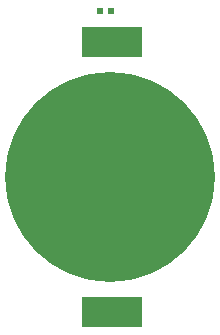
<source format=gbr>
G04 #@! TF.GenerationSoftware,KiCad,Pcbnew,(5.1.5)-3*
G04 #@! TF.CreationDate,2020-04-24T14:35:50-04:00*
G04 #@! TF.ProjectId,CR2025_Nordic,43523230-3235-45f4-9e6f-726469632e6b,rev?*
G04 #@! TF.SameCoordinates,Original*
G04 #@! TF.FileFunction,Paste,Bot*
G04 #@! TF.FilePolarity,Positive*
%FSLAX46Y46*%
G04 Gerber Fmt 4.6, Leading zero omitted, Abs format (unit mm)*
G04 Created by KiCad (PCBNEW (5.1.5)-3) date 2020-04-24 14:35:50*
%MOMM*%
%LPD*%
G04 APERTURE LIST*
%ADD10R,0.599999X0.499999*%
%ADD11C,17.780001*%
%ADD12R,5.080000X2.540000*%
G04 APERTURE END LIST*
D10*
X153403300Y-76517500D03*
X154403298Y-76517500D03*
D11*
X154300000Y-90600000D03*
D12*
X154427000Y-79170000D03*
X154427000Y-102030000D03*
M02*

</source>
